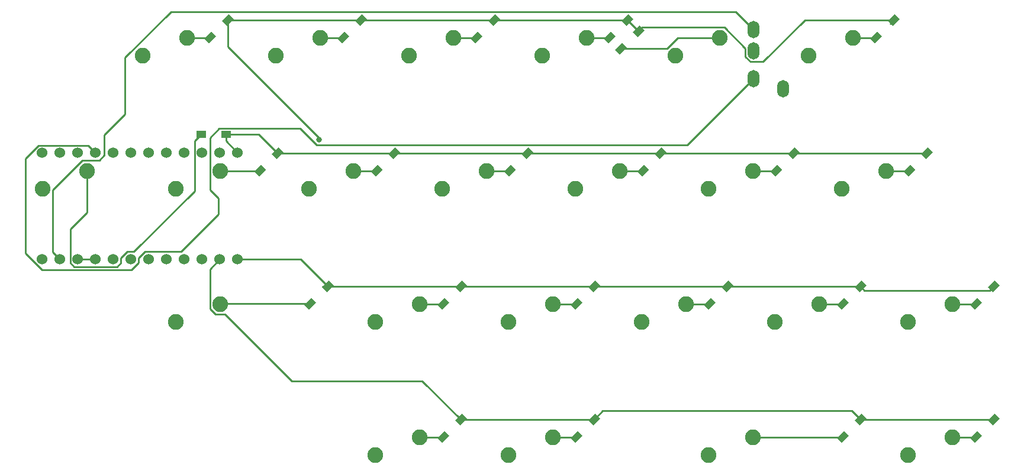
<source format=gbl>
G04 #@! TF.GenerationSoftware,KiCad,Pcbnew,(5.1.10-1-10_14)*
G04 #@! TF.CreationDate,2021-09-05T18:30:28+10:00*
G04 #@! TF.ProjectId,WTL-Split-Left,57544c2d-5370-46c6-9974-2d4c6566742e,rev?*
G04 #@! TF.SameCoordinates,Original*
G04 #@! TF.FileFunction,Copper,L2,Bot*
G04 #@! TF.FilePolarity,Positive*
%FSLAX46Y46*%
G04 Gerber Fmt 4.6, Leading zero omitted, Abs format (unit mm)*
G04 Created by KiCad (PCBNEW (5.1.10-1-10_14)) date 2021-09-05 18:30:28*
%MOMM*%
%LPD*%
G01*
G04 APERTURE LIST*
G04 #@! TA.AperFunction,ComponentPad*
%ADD10O,1.700000X2.500000*%
G04 #@! TD*
G04 #@! TA.AperFunction,SMDPad,CuDef*
%ADD11C,0.100000*%
G04 #@! TD*
G04 #@! TA.AperFunction,SMDPad,CuDef*
%ADD12R,1.400000X1.000000*%
G04 #@! TD*
G04 #@! TA.AperFunction,ComponentPad*
%ADD13C,2.250000*%
G04 #@! TD*
G04 #@! TA.AperFunction,ComponentPad*
%ADD14C,1.524000*%
G04 #@! TD*
G04 #@! TA.AperFunction,ViaPad*
%ADD15C,0.800000*%
G04 #@! TD*
G04 #@! TA.AperFunction,Conductor*
%ADD16C,0.250000*%
G04 #@! TD*
G04 APERTURE END LIST*
D10*
X181256250Y-26318750D03*
X181256250Y-29318750D03*
X181256250Y-33318750D03*
X185456250Y-34818750D03*
G04 #@! TA.AperFunction,SMDPad,CuDef*
D11*
G36*
X213198806Y-83750337D02*
G01*
X213905913Y-84457444D01*
X212915964Y-85447393D01*
X212208857Y-84740286D01*
X213198806Y-83750337D01*
G37*
G04 #@! TD.AperFunction*
G04 #@! TA.AperFunction,SMDPad,CuDef*
G36*
X215709036Y-81240107D02*
G01*
X216416143Y-81947214D01*
X215426194Y-82937163D01*
X214719087Y-82230056D01*
X215709036Y-81240107D01*
G37*
G04 #@! TD.AperFunction*
G04 #@! TA.AperFunction,SMDPad,CuDef*
G36*
X194148806Y-83750337D02*
G01*
X194855913Y-84457444D01*
X193865964Y-85447393D01*
X193158857Y-84740286D01*
X194148806Y-83750337D01*
G37*
G04 #@! TD.AperFunction*
G04 #@! TA.AperFunction,SMDPad,CuDef*
G36*
X196659036Y-81240107D02*
G01*
X197366143Y-81947214D01*
X196376194Y-82937163D01*
X195669087Y-82230056D01*
X196659036Y-81240107D01*
G37*
G04 #@! TD.AperFunction*
G04 #@! TA.AperFunction,SMDPad,CuDef*
G36*
X156048806Y-83750337D02*
G01*
X156755913Y-84457444D01*
X155765964Y-85447393D01*
X155058857Y-84740286D01*
X156048806Y-83750337D01*
G37*
G04 #@! TD.AperFunction*
G04 #@! TA.AperFunction,SMDPad,CuDef*
G36*
X158559036Y-81240107D02*
G01*
X159266143Y-81947214D01*
X158276194Y-82937163D01*
X157569087Y-82230056D01*
X158559036Y-81240107D01*
G37*
G04 #@! TD.AperFunction*
G04 #@! TA.AperFunction,SMDPad,CuDef*
G36*
X136998806Y-83750337D02*
G01*
X137705913Y-84457444D01*
X136715964Y-85447393D01*
X136008857Y-84740286D01*
X136998806Y-83750337D01*
G37*
G04 #@! TD.AperFunction*
G04 #@! TA.AperFunction,SMDPad,CuDef*
G36*
X139509036Y-81240107D02*
G01*
X140216143Y-81947214D01*
X139226194Y-82937163D01*
X138519087Y-82230056D01*
X139509036Y-81240107D01*
G37*
G04 #@! TD.AperFunction*
G04 #@! TA.AperFunction,SMDPad,CuDef*
G36*
X213198806Y-64700337D02*
G01*
X213905913Y-65407444D01*
X212915964Y-66397393D01*
X212208857Y-65690286D01*
X213198806Y-64700337D01*
G37*
G04 #@! TD.AperFunction*
G04 #@! TA.AperFunction,SMDPad,CuDef*
G36*
X215709036Y-62190107D02*
G01*
X216416143Y-62897214D01*
X215426194Y-63887163D01*
X214719087Y-63180056D01*
X215709036Y-62190107D01*
G37*
G04 #@! TD.AperFunction*
G04 #@! TA.AperFunction,SMDPad,CuDef*
G36*
X194148806Y-64700337D02*
G01*
X194855913Y-65407444D01*
X193865964Y-66397393D01*
X193158857Y-65690286D01*
X194148806Y-64700337D01*
G37*
G04 #@! TD.AperFunction*
G04 #@! TA.AperFunction,SMDPad,CuDef*
G36*
X196659036Y-62190107D02*
G01*
X197366143Y-62897214D01*
X196376194Y-63887163D01*
X195669087Y-63180056D01*
X196659036Y-62190107D01*
G37*
G04 #@! TD.AperFunction*
G04 #@! TA.AperFunction,SMDPad,CuDef*
G36*
X175098806Y-64700337D02*
G01*
X175805913Y-65407444D01*
X174815964Y-66397393D01*
X174108857Y-65690286D01*
X175098806Y-64700337D01*
G37*
G04 #@! TD.AperFunction*
G04 #@! TA.AperFunction,SMDPad,CuDef*
G36*
X177609036Y-62190107D02*
G01*
X178316143Y-62897214D01*
X177326194Y-63887163D01*
X176619087Y-63180056D01*
X177609036Y-62190107D01*
G37*
G04 #@! TD.AperFunction*
G04 #@! TA.AperFunction,SMDPad,CuDef*
G36*
X156048806Y-64700337D02*
G01*
X156755913Y-65407444D01*
X155765964Y-66397393D01*
X155058857Y-65690286D01*
X156048806Y-64700337D01*
G37*
G04 #@! TD.AperFunction*
G04 #@! TA.AperFunction,SMDPad,CuDef*
G36*
X158559036Y-62190107D02*
G01*
X159266143Y-62897214D01*
X158276194Y-63887163D01*
X157569087Y-63180056D01*
X158559036Y-62190107D01*
G37*
G04 #@! TD.AperFunction*
G04 #@! TA.AperFunction,SMDPad,CuDef*
G36*
X136998806Y-64700337D02*
G01*
X137705913Y-65407444D01*
X136715964Y-66397393D01*
X136008857Y-65690286D01*
X136998806Y-64700337D01*
G37*
G04 #@! TD.AperFunction*
G04 #@! TA.AperFunction,SMDPad,CuDef*
G36*
X139509036Y-62190107D02*
G01*
X140216143Y-62897214D01*
X139226194Y-63887163D01*
X138519087Y-63180056D01*
X139509036Y-62190107D01*
G37*
G04 #@! TD.AperFunction*
G04 #@! TA.AperFunction,SMDPad,CuDef*
G36*
X117948806Y-64700337D02*
G01*
X118655913Y-65407444D01*
X117665964Y-66397393D01*
X116958857Y-65690286D01*
X117948806Y-64700337D01*
G37*
G04 #@! TD.AperFunction*
G04 #@! TA.AperFunction,SMDPad,CuDef*
G36*
X120459036Y-62190107D02*
G01*
X121166143Y-62897214D01*
X120176194Y-63887163D01*
X119469087Y-63180056D01*
X120459036Y-62190107D01*
G37*
G04 #@! TD.AperFunction*
G04 #@! TA.AperFunction,SMDPad,CuDef*
G36*
X203673806Y-45650337D02*
G01*
X204380913Y-46357444D01*
X203390964Y-47347393D01*
X202683857Y-46640286D01*
X203673806Y-45650337D01*
G37*
G04 #@! TD.AperFunction*
G04 #@! TA.AperFunction,SMDPad,CuDef*
G36*
X206184036Y-43140107D02*
G01*
X206891143Y-43847214D01*
X205901194Y-44837163D01*
X205194087Y-44130056D01*
X206184036Y-43140107D01*
G37*
G04 #@! TD.AperFunction*
G04 #@! TA.AperFunction,SMDPad,CuDef*
G36*
X184623806Y-45650337D02*
G01*
X185330913Y-46357444D01*
X184340964Y-47347393D01*
X183633857Y-46640286D01*
X184623806Y-45650337D01*
G37*
G04 #@! TD.AperFunction*
G04 #@! TA.AperFunction,SMDPad,CuDef*
G36*
X187134036Y-43140107D02*
G01*
X187841143Y-43847214D01*
X186851194Y-44837163D01*
X186144087Y-44130056D01*
X187134036Y-43140107D01*
G37*
G04 #@! TD.AperFunction*
G04 #@! TA.AperFunction,SMDPad,CuDef*
G36*
X165573806Y-45650337D02*
G01*
X166280913Y-46357444D01*
X165290964Y-47347393D01*
X164583857Y-46640286D01*
X165573806Y-45650337D01*
G37*
G04 #@! TD.AperFunction*
G04 #@! TA.AperFunction,SMDPad,CuDef*
G36*
X168084036Y-43140107D02*
G01*
X168791143Y-43847214D01*
X167801194Y-44837163D01*
X167094087Y-44130056D01*
X168084036Y-43140107D01*
G37*
G04 #@! TD.AperFunction*
G04 #@! TA.AperFunction,SMDPad,CuDef*
G36*
X146523806Y-45650337D02*
G01*
X147230913Y-46357444D01*
X146240964Y-47347393D01*
X145533857Y-46640286D01*
X146523806Y-45650337D01*
G37*
G04 #@! TD.AperFunction*
G04 #@! TA.AperFunction,SMDPad,CuDef*
G36*
X149034036Y-43140107D02*
G01*
X149741143Y-43847214D01*
X148751194Y-44837163D01*
X148044087Y-44130056D01*
X149034036Y-43140107D01*
G37*
G04 #@! TD.AperFunction*
G04 #@! TA.AperFunction,SMDPad,CuDef*
G36*
X127473806Y-45650337D02*
G01*
X128180913Y-46357444D01*
X127190964Y-47347393D01*
X126483857Y-46640286D01*
X127473806Y-45650337D01*
G37*
G04 #@! TD.AperFunction*
G04 #@! TA.AperFunction,SMDPad,CuDef*
G36*
X129984036Y-43140107D02*
G01*
X130691143Y-43847214D01*
X129701194Y-44837163D01*
X128994087Y-44130056D01*
X129984036Y-43140107D01*
G37*
G04 #@! TD.AperFunction*
G04 #@! TA.AperFunction,SMDPad,CuDef*
G36*
X110805056Y-45650337D02*
G01*
X111512163Y-46357444D01*
X110522214Y-47347393D01*
X109815107Y-46640286D01*
X110805056Y-45650337D01*
G37*
G04 #@! TD.AperFunction*
G04 #@! TA.AperFunction,SMDPad,CuDef*
G36*
X113315286Y-43140107D02*
G01*
X114022393Y-43847214D01*
X113032444Y-44837163D01*
X112325337Y-44130056D01*
X113315286Y-43140107D01*
G37*
G04 #@! TD.AperFunction*
D12*
X102206250Y-41275000D03*
X105756250Y-41275000D03*
G04 #@! TA.AperFunction,SMDPad,CuDef*
D11*
G36*
X198911306Y-26600337D02*
G01*
X199618413Y-27307444D01*
X198628464Y-28297393D01*
X197921357Y-27590286D01*
X198911306Y-26600337D01*
G37*
G04 #@! TD.AperFunction*
G04 #@! TA.AperFunction,SMDPad,CuDef*
G36*
X201421536Y-24090107D02*
G01*
X202128643Y-24797214D01*
X201138694Y-25787163D01*
X200431587Y-25080056D01*
X201421536Y-24090107D01*
G37*
G04 #@! TD.AperFunction*
G04 #@! TA.AperFunction,SMDPad,CuDef*
G36*
X162398806Y-28187837D02*
G01*
X163105913Y-28894944D01*
X162115964Y-29884893D01*
X161408857Y-29177786D01*
X162398806Y-28187837D01*
G37*
G04 #@! TD.AperFunction*
G04 #@! TA.AperFunction,SMDPad,CuDef*
G36*
X164909036Y-25677607D02*
G01*
X165616143Y-26384714D01*
X164626194Y-27374663D01*
X163919087Y-26667556D01*
X164909036Y-25677607D01*
G37*
G04 #@! TD.AperFunction*
G04 #@! TA.AperFunction,SMDPad,CuDef*
G36*
X160811306Y-26600337D02*
G01*
X161518413Y-27307444D01*
X160528464Y-28297393D01*
X159821357Y-27590286D01*
X160811306Y-26600337D01*
G37*
G04 #@! TD.AperFunction*
G04 #@! TA.AperFunction,SMDPad,CuDef*
G36*
X163321536Y-24090107D02*
G01*
X164028643Y-24797214D01*
X163038694Y-25787163D01*
X162331587Y-25080056D01*
X163321536Y-24090107D01*
G37*
G04 #@! TD.AperFunction*
G04 #@! TA.AperFunction,SMDPad,CuDef*
G36*
X141761306Y-26600337D02*
G01*
X142468413Y-27307444D01*
X141478464Y-28297393D01*
X140771357Y-27590286D01*
X141761306Y-26600337D01*
G37*
G04 #@! TD.AperFunction*
G04 #@! TA.AperFunction,SMDPad,CuDef*
G36*
X144271536Y-24090107D02*
G01*
X144978643Y-24797214D01*
X143988694Y-25787163D01*
X143281587Y-25080056D01*
X144271536Y-24090107D01*
G37*
G04 #@! TD.AperFunction*
G04 #@! TA.AperFunction,SMDPad,CuDef*
G36*
X122711306Y-26600337D02*
G01*
X123418413Y-27307444D01*
X122428464Y-28297393D01*
X121721357Y-27590286D01*
X122711306Y-26600337D01*
G37*
G04 #@! TD.AperFunction*
G04 #@! TA.AperFunction,SMDPad,CuDef*
G36*
X125221536Y-24090107D02*
G01*
X125928643Y-24797214D01*
X124938694Y-25787163D01*
X124231587Y-25080056D01*
X125221536Y-24090107D01*
G37*
G04 #@! TD.AperFunction*
G04 #@! TA.AperFunction,SMDPad,CuDef*
G36*
X103661306Y-26600337D02*
G01*
X104368413Y-27307444D01*
X103378464Y-28297393D01*
X102671357Y-27590286D01*
X103661306Y-26600337D01*
G37*
G04 #@! TD.AperFunction*
G04 #@! TA.AperFunction,SMDPad,CuDef*
G36*
X106171536Y-24090107D02*
G01*
X106878643Y-24797214D01*
X105888694Y-25787163D01*
X105181587Y-25080056D01*
X106171536Y-24090107D01*
G37*
G04 #@! TD.AperFunction*
D13*
X209708750Y-84613750D03*
X203358750Y-87153750D03*
X181133750Y-84613750D03*
X174783750Y-87153750D03*
D14*
X79502000Y-43953400D03*
X82042000Y-43953400D03*
X84582000Y-43953400D03*
X87122000Y-43953400D03*
X89662000Y-43953400D03*
X92202000Y-43953400D03*
X94742000Y-43953400D03*
X97282000Y-43953400D03*
X99822000Y-43953400D03*
X102362000Y-43953400D03*
X104902000Y-43953400D03*
X107442000Y-43953400D03*
X107442000Y-59173400D03*
X104902000Y-59173400D03*
X102362000Y-59173400D03*
X99822000Y-59173400D03*
X97282000Y-59173400D03*
X94742000Y-59173400D03*
X92202000Y-59173400D03*
X89662000Y-59173400D03*
X87122000Y-59173400D03*
X84582000Y-59173400D03*
X82042000Y-59173400D03*
X79502000Y-59173400D03*
D13*
X152558750Y-84613750D03*
X146208750Y-87153750D03*
X133508750Y-84613750D03*
X127158750Y-87153750D03*
X209708750Y-65563750D03*
X203358750Y-68103750D03*
X190658750Y-65563750D03*
X184308750Y-68103750D03*
X171608750Y-65563750D03*
X165258750Y-68103750D03*
X152558750Y-65563750D03*
X146208750Y-68103750D03*
X133508750Y-65563750D03*
X127158750Y-68103750D03*
X104933750Y-65563750D03*
X98583750Y-68103750D03*
X200183750Y-46513750D03*
X193833750Y-49053750D03*
X181133750Y-46513750D03*
X174783750Y-49053750D03*
X162083750Y-46513750D03*
X155733750Y-49053750D03*
X143033750Y-46513750D03*
X136683750Y-49053750D03*
X123983750Y-46513750D03*
X117633750Y-49053750D03*
X104933750Y-46513750D03*
X98583750Y-49053750D03*
X85883750Y-46513750D03*
X79533750Y-49053750D03*
X195421250Y-27463750D03*
X189071250Y-30003750D03*
X176371250Y-27463750D03*
X170021250Y-30003750D03*
X157321250Y-27463750D03*
X150971250Y-30003750D03*
X138271250Y-27463750D03*
X131921250Y-30003750D03*
X119221250Y-27463750D03*
X112871250Y-30003750D03*
X100171250Y-27463750D03*
X93821250Y-30003750D03*
D15*
X119062500Y-42068750D03*
D16*
X103505000Y-27463750D02*
X103519885Y-27448865D01*
X100171250Y-27463750D02*
X103505000Y-27463750D01*
X119062500Y-41781002D02*
X119062500Y-42068750D01*
X106030115Y-28748617D02*
X119062500Y-41781002D01*
X106030115Y-24938635D02*
X106030115Y-28748617D01*
X201280115Y-24938635D02*
X200774999Y-25443751D01*
X163180115Y-24938635D02*
X164767615Y-26526135D01*
X163180115Y-24938635D02*
X106030115Y-24938635D01*
X188567363Y-24938635D02*
X201280115Y-24938635D01*
X180769545Y-30893760D02*
X182612238Y-30893760D01*
X182612238Y-30893760D02*
X188567363Y-24938635D01*
X177067251Y-26013749D02*
X180081240Y-29027738D01*
X180081240Y-30205455D02*
X180769545Y-30893760D01*
X165280001Y-26013749D02*
X177067251Y-26013749D01*
X180081240Y-29027738D02*
X180081240Y-30205455D01*
X164767615Y-26526135D02*
X165280001Y-26013749D01*
X122555000Y-27463750D02*
X122569885Y-27448865D01*
X119221250Y-27463750D02*
X122555000Y-27463750D01*
X141605000Y-27463750D02*
X141619885Y-27448865D01*
X138271250Y-27463750D02*
X141605000Y-27463750D01*
X160655000Y-27463750D02*
X160669885Y-27448865D01*
X157321250Y-27463750D02*
X160655000Y-27463750D01*
X170415248Y-27463750D02*
X176371250Y-27463750D01*
X168842633Y-29036365D02*
X170415248Y-27463750D01*
X162257385Y-29036365D02*
X168842633Y-29036365D01*
X198755000Y-27463750D02*
X198769885Y-27448865D01*
X195421250Y-27463750D02*
X198755000Y-27463750D01*
X85883750Y-52485724D02*
X85883750Y-46513750D01*
X83494999Y-54874475D02*
X85883750Y-52485724D01*
X83494999Y-59695161D02*
X83494999Y-54874475D01*
X84060239Y-60260401D02*
X83494999Y-59695161D01*
X90183761Y-60260401D02*
X84060239Y-60260401D01*
X90749001Y-59695161D02*
X90183761Y-60260401D01*
X90749001Y-59017637D02*
X90749001Y-59695161D01*
X91680239Y-58086399D02*
X90749001Y-59017637D01*
X92597103Y-58086399D02*
X91680239Y-58086399D01*
X101274999Y-49408503D02*
X92597103Y-58086399D01*
X101274999Y-42206251D02*
X101274999Y-49408503D01*
X102206250Y-41275000D02*
X101274999Y-42206251D01*
X113173865Y-43988635D02*
X206042615Y-43988635D01*
X110460230Y-41275000D02*
X113173865Y-43988635D01*
X105756250Y-41275000D02*
X110460230Y-41275000D01*
X105756250Y-42267650D02*
X105756250Y-41275000D01*
X107442000Y-43953400D02*
X105756250Y-42267650D01*
X110648750Y-46513750D02*
X110663635Y-46498865D01*
X104933750Y-46513750D02*
X110648750Y-46513750D01*
X127317500Y-46513750D02*
X127332385Y-46498865D01*
X123983750Y-46513750D02*
X127317500Y-46513750D01*
X146367500Y-46513750D02*
X146382385Y-46498865D01*
X143033750Y-46513750D02*
X146367500Y-46513750D01*
X165417500Y-46513750D02*
X165432385Y-46498865D01*
X162083750Y-46513750D02*
X165417500Y-46513750D01*
X184467500Y-46513750D02*
X184482385Y-46498865D01*
X181133750Y-46513750D02*
X184467500Y-46513750D01*
X203517500Y-46513750D02*
X203532385Y-46498865D01*
X200183750Y-46513750D02*
X203517500Y-46513750D01*
X104948635Y-65548865D02*
X104933750Y-65563750D01*
X117807385Y-65548865D02*
X104948635Y-65548865D01*
X120317615Y-63038635D02*
X196517615Y-63038635D01*
X214993740Y-63612510D02*
X197091490Y-63612510D01*
X197091490Y-63612510D02*
X196517615Y-63038635D01*
X215567615Y-63038635D02*
X214993740Y-63612510D01*
X120317615Y-63038635D02*
X119566386Y-63038635D01*
X116452380Y-59173400D02*
X107442000Y-59173400D01*
X120317615Y-63038635D02*
X116452380Y-59173400D01*
X136842500Y-65563750D02*
X136857385Y-65548865D01*
X133508750Y-65563750D02*
X136842500Y-65563750D01*
X155892500Y-65563750D02*
X155907385Y-65548865D01*
X152558750Y-65563750D02*
X155892500Y-65563750D01*
X174942500Y-65563750D02*
X174957385Y-65548865D01*
X171608750Y-65563750D02*
X174942500Y-65563750D01*
X193992500Y-65563750D02*
X194007385Y-65548865D01*
X190658750Y-65563750D02*
X193992500Y-65563750D01*
X213042500Y-65563750D02*
X213057385Y-65548865D01*
X209708750Y-65563750D02*
X213042500Y-65563750D01*
X136842500Y-84613750D02*
X136857385Y-84598865D01*
X133508750Y-84613750D02*
X136842500Y-84613750D01*
X139367615Y-82088635D02*
X158417615Y-82088635D01*
X196517615Y-82088635D02*
X215567615Y-82088635D01*
X159646501Y-80859749D02*
X195288729Y-80859749D01*
X195288729Y-80859749D02*
X196517615Y-82088635D01*
X158417615Y-82088635D02*
X159646501Y-80859749D01*
X103483749Y-60591651D02*
X104902000Y-59173400D01*
X103483749Y-66259751D02*
X103483749Y-60591651D01*
X104237749Y-67013751D02*
X103483749Y-66259751D01*
X115185851Y-76579849D02*
X105619753Y-67013751D01*
X105619753Y-67013751D02*
X104237749Y-67013751D01*
X133858829Y-76579849D02*
X115185851Y-76579849D01*
X139367615Y-82088635D02*
X133858829Y-76579849D01*
X155892500Y-84613750D02*
X155907385Y-84598865D01*
X152558750Y-84613750D02*
X155892500Y-84613750D01*
X193992500Y-84613750D02*
X194007385Y-84598865D01*
X181133750Y-84613750D02*
X193992500Y-84613750D01*
X213042500Y-84613750D02*
X213057385Y-84598865D01*
X209708750Y-84613750D02*
X213042500Y-84613750D01*
X171781249Y-42793751D02*
X181256250Y-33318750D01*
X118714499Y-42793751D02*
X171781249Y-42793751D01*
X116370747Y-40449999D02*
X118714499Y-42793751D01*
X104796249Y-40449999D02*
X116370747Y-40449999D01*
X86034999Y-42866399D02*
X87122000Y-43953400D01*
X78980239Y-42866399D02*
X86034999Y-42866399D01*
X79430248Y-60710410D02*
X77063749Y-58343911D01*
X92273752Y-60710410D02*
X79430248Y-60710410D01*
X77063749Y-58343911D02*
X77063749Y-44782889D01*
X93289001Y-59017637D02*
X93289001Y-59695161D01*
X93289001Y-59695161D02*
X92273752Y-60710410D01*
X94220239Y-58086399D02*
X93289001Y-59017637D01*
X104712651Y-52706823D02*
X99333075Y-58086399D01*
X104712651Y-50480677D02*
X104712651Y-52706823D01*
X99333075Y-58086399D02*
X94220239Y-58086399D01*
X103483749Y-49251775D02*
X104712651Y-50480677D01*
X77063749Y-44782889D02*
X78980239Y-42866399D01*
X103483749Y-41762499D02*
X103483749Y-49251775D01*
X104796249Y-40449999D02*
X103483749Y-41762499D01*
X178702597Y-23765097D02*
X181256250Y-26318750D01*
X91351249Y-30327749D02*
X97913901Y-23765097D01*
X91351249Y-38396153D02*
X91351249Y-30327749D01*
X97913901Y-23765097D02*
X178702597Y-23765097D01*
X88392212Y-44291950D02*
X88392212Y-41355190D01*
X87643761Y-45040401D02*
X88392212Y-44291950D01*
X85211097Y-45040401D02*
X87643761Y-45040401D01*
X88392212Y-41355190D02*
X91351249Y-38396153D01*
X81024849Y-49226649D02*
X85211097Y-45040401D01*
X81024849Y-58156249D02*
X81024849Y-49226649D01*
X82042000Y-59173400D02*
X81024849Y-58156249D01*
X87122000Y-59173400D02*
X84582000Y-59173400D01*
M02*

</source>
